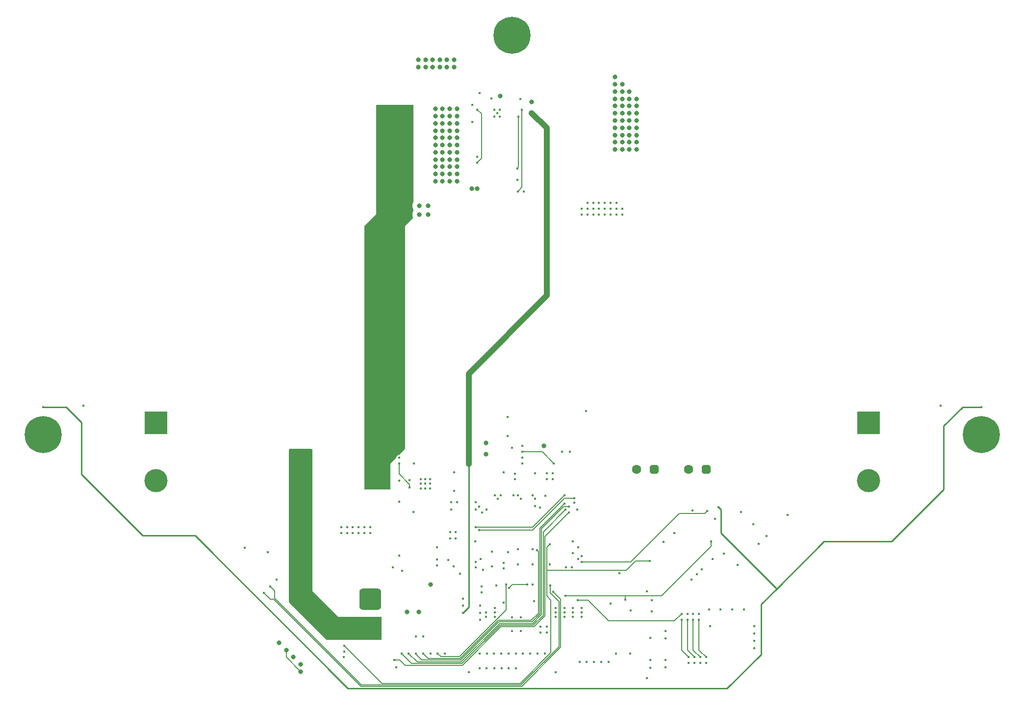
<source format=gbr>
%TF.GenerationSoftware,KiCad,Pcbnew,8.0.7*%
%TF.CreationDate,2025-03-16T22:59:03-04:00*%
%TF.ProjectId,kicker,6b69636b-6572-42e6-9b69-6361645f7063,v4*%
%TF.SameCoordinates,Original*%
%TF.FileFunction,Copper,L3,Inr*%
%TF.FilePolarity,Positive*%
%FSLAX46Y46*%
G04 Gerber Fmt 4.6, Leading zero omitted, Abs format (unit mm)*
G04 Created by KiCad (PCBNEW 8.0.7) date 2025-03-16 22:59:03*
%MOMM*%
%LPD*%
G01*
G04 APERTURE LIST*
G04 Aperture macros list*
%AMRoundRect*
0 Rectangle with rounded corners*
0 $1 Rounding radius*
0 $2 $3 $4 $5 $6 $7 $8 $9 X,Y pos of 4 corners*
0 Add a 4 corners polygon primitive as box body*
4,1,4,$2,$3,$4,$5,$6,$7,$8,$9,$2,$3,0*
0 Add four circle primitives for the rounded corners*
1,1,$1+$1,$2,$3*
1,1,$1+$1,$4,$5*
1,1,$1+$1,$6,$7*
1,1,$1+$1,$8,$9*
0 Add four rect primitives between the rounded corners*
20,1,$1+$1,$2,$3,$4,$5,0*
20,1,$1+$1,$4,$5,$6,$7,0*
20,1,$1+$1,$6,$7,$8,$9,0*
20,1,$1+$1,$8,$9,$2,$3,0*%
%AMOutline5P*
0 Free polygon, 5 corners , with rotation*
0 The origin of the aperture is its center*
0 number of corners: always 5*
0 $1 to $10 corner X, Y*
0 $11 Rotation angle, in degrees counterclockwise*
0 create outline with 5 corners*
4,1,5,$1,$2,$3,$4,$5,$6,$7,$8,$9,$10,$1,$2,$11*%
%AMOutline6P*
0 Free polygon, 6 corners , with rotation*
0 The origin of the aperture is its center*
0 number of corners: always 6*
0 $1 to $12 corner X, Y*
0 $13 Rotation angle, in degrees counterclockwise*
0 create outline with 6 corners*
4,1,6,$1,$2,$3,$4,$5,$6,$7,$8,$9,$10,$11,$12,$1,$2,$13*%
%AMOutline7P*
0 Free polygon, 7 corners , with rotation*
0 The origin of the aperture is its center*
0 number of corners: always 7*
0 $1 to $14 corner X, Y*
0 $15 Rotation angle, in degrees counterclockwise*
0 create outline with 7 corners*
4,1,7,$1,$2,$3,$4,$5,$6,$7,$8,$9,$10,$11,$12,$13,$14,$1,$2,$15*%
%AMOutline8P*
0 Free polygon, 8 corners , with rotation*
0 The origin of the aperture is its center*
0 number of corners: always 8*
0 $1 to $16 corner X, Y*
0 $17 Rotation angle, in degrees counterclockwise*
0 create outline with 8 corners*
4,1,8,$1,$2,$3,$4,$5,$6,$7,$8,$9,$10,$11,$12,$13,$14,$15,$16,$1,$2,$17*%
G04 Aperture macros list end*
%TA.AperFunction,ComponentPad*%
%ADD10RoundRect,0.760000X-1.140000X1.140000X-1.140000X-1.140000X1.140000X-1.140000X1.140000X1.140000X0*%
%TD*%
%TA.AperFunction,ComponentPad*%
%ADD11C,3.800000*%
%TD*%
%TA.AperFunction,ComponentPad*%
%ADD12C,6.400000*%
%TD*%
%TA.AperFunction,ComponentPad*%
%ADD13R,4.000000X4.000000*%
%TD*%
%TA.AperFunction,ComponentPad*%
%ADD14C,4.000000*%
%TD*%
%TA.AperFunction,ComponentPad*%
%ADD15C,3.200000*%
%TD*%
%TA.AperFunction,ComponentPad*%
%ADD16Outline8P,-0.800000X0.400000X-0.400000X0.800000X0.400000X0.800000X0.800000X0.400000X0.800000X-0.400000X0.400000X-0.800000X-0.400000X-0.800000X-0.800000X-0.400000X0.000000*%
%TD*%
%TA.AperFunction,ComponentPad*%
%ADD17C,1.600000*%
%TD*%
%TA.AperFunction,ViaPad*%
%ADD18C,0.450000*%
%TD*%
%TA.AperFunction,ViaPad*%
%ADD19C,0.800000*%
%TD*%
%TA.AperFunction,Conductor*%
%ADD20C,0.152400*%
%TD*%
%TA.AperFunction,Conductor*%
%ADD21C,1.000000*%
%TD*%
%TA.AperFunction,Conductor*%
%ADD22C,0.250000*%
%TD*%
%TA.AperFunction,Conductor*%
%ADD23C,0.200000*%
%TD*%
G04 APERTURE END LIST*
D10*
%TO.N,GND*%
%TO.C,J3*%
X185500000Y-166500000D03*
D11*
%TO.N,/Power Regulation/V_{batt}*%
X185500000Y-171500000D03*
%TD*%
D12*
%TO.N,unconnected-(H2-Pad1)*%
%TO.C,H2*%
X291000000Y-138000000D03*
%TD*%
%TO.N,unconnected-(H1-Pad1)*%
%TO.C,H1*%
X210000000Y-69000000D03*
%TD*%
%TO.N,unconnected-(H3-Pad1)*%
%TO.C,H3*%
X129000000Y-138000000D03*
%TD*%
D13*
%TO.N,/hv_kicker/flyback_charger/V_{solenoid}*%
%TO.C,C26*%
X271500000Y-136000000D03*
D14*
%TO.N,GND*%
X271500000Y-146000000D03*
%TD*%
D13*
%TO.N,/hv_kicker/flyback_charger/V_{solenoid}*%
%TO.C,C25*%
X148500000Y-136000000D03*
D14*
%TO.N,GND*%
X148500000Y-146000000D03*
%TD*%
D15*
%TO.N,/Power Regulation/V_{batt}*%
%TO.C,F3*%
X173265000Y-142300000D03*
X173265000Y-145700000D03*
%TO.N,+BATT*%
X186735000Y-142300000D03*
X186735000Y-145700000D03*
%TD*%
D16*
%TO.N,/hv_kicker/flyback_charger/V_{solenoid}*%
%TO.C,J5*%
X234500000Y-144000000D03*
D17*
%TO.N,/hv_kicker/solenoid_control/KICK_SW*%
X231500000Y-144000000D03*
%TD*%
D16*
%TO.N,/hv_kicker/solenoid_control/CHIP_SW*%
%TO.C,J6*%
X243500000Y-144000000D03*
D17*
%TO.N,/hv_kicker/flyback_charger/V_{solenoid}*%
X240500000Y-144000000D03*
%TD*%
D18*
%TO.N,GND*%
X209280000Y-158300000D03*
X209400000Y-178409999D03*
X195800000Y-145700000D03*
D19*
X200500000Y-83000000D03*
D18*
X251606245Y-153515076D03*
D19*
X198000000Y-91750000D03*
X198000000Y-90500000D03*
D18*
X210700000Y-178409999D03*
X169363782Y-163101041D03*
X184500000Y-155000000D03*
X200000000Y-144520000D03*
X181009999Y-175500000D03*
D19*
X200500000Y-86750000D03*
X198000000Y-83000000D03*
D18*
X203600000Y-156500000D03*
X228000000Y-98000000D03*
X217500000Y-168000000D03*
X211875000Y-175850000D03*
X207000000Y-169500000D03*
X211750000Y-143009999D03*
X223000000Y-98000000D03*
D19*
X196250000Y-74500000D03*
X196750000Y-83000000D03*
D18*
X244000000Y-168250000D03*
D19*
X200500000Y-94250000D03*
D18*
X195900000Y-175850000D03*
X203100000Y-84010000D03*
X233300000Y-180100000D03*
X220000000Y-141009999D03*
X204509999Y-170000000D03*
X246515076Y-158606245D03*
D19*
X195100000Y-74500000D03*
X196750000Y-94250000D03*
X193850000Y-74500000D03*
D18*
X207400001Y-82500000D03*
X219000000Y-168000000D03*
X216000000Y-172200000D03*
D19*
X198000000Y-81750000D03*
X200500000Y-93000000D03*
D18*
X204700000Y-165280000D03*
X200000000Y-147759999D03*
D19*
X198000000Y-93000000D03*
X196750000Y-93000000D03*
X172250000Y-176500000D03*
X198750000Y-74500000D03*
D18*
X250000000Y-168250000D03*
X195000000Y-145700000D03*
X206400001Y-79980000D03*
D19*
X199250000Y-90500000D03*
D18*
X229000000Y-99000000D03*
X182500000Y-154000001D03*
D19*
X196750000Y-85500000D03*
X200500000Y-90500000D03*
D18*
X184500000Y-154000000D03*
X206900000Y-81900000D03*
D19*
X200000000Y-74500000D03*
D18*
X240500000Y-177509998D03*
D19*
X200500000Y-91750000D03*
D18*
X199320000Y-154900000D03*
D19*
X199250000Y-83000000D03*
D18*
X191000000Y-161600000D03*
X204509999Y-167600001D03*
X180500000Y-154000000D03*
X195000000Y-147300000D03*
D19*
X173500000Y-179000000D03*
D18*
X218650000Y-140980000D03*
X227900000Y-175850000D03*
X224000000Y-99000000D03*
X226000000Y-98000000D03*
X206900000Y-83100000D03*
D19*
X200500000Y-88000000D03*
D18*
X225000000Y-98000000D03*
X207000000Y-168750000D03*
X207900000Y-83100000D03*
X212010000Y-96000000D03*
X189400000Y-161000000D03*
X243500000Y-177509998D03*
X223000000Y-100000000D03*
X242500000Y-177509998D03*
X185500000Y-154000000D03*
X242786934Y-161286934D03*
D19*
X196750000Y-84250000D03*
D18*
X217500000Y-169500000D03*
D19*
X207950001Y-79500000D03*
D18*
X205000000Y-161400000D03*
D19*
X191900000Y-168650000D03*
D18*
X224000000Y-100000000D03*
D19*
X205500000Y-141449999D03*
D18*
X225000000Y-99000000D03*
X181500000Y-155000000D03*
X227000000Y-167250000D03*
X203700000Y-149700000D03*
X204400001Y-79020000D03*
D19*
X196750000Y-81750000D03*
D18*
X180500000Y-155000000D03*
X163863782Y-157601041D03*
D19*
X198000000Y-85500000D03*
D18*
X203100000Y-81020000D03*
D19*
X198000000Y-84250000D03*
D18*
X215700000Y-148600000D03*
X252533310Y-156941207D03*
D19*
X199250000Y-89250000D03*
X171000000Y-175250000D03*
D18*
X195800000Y-147300000D03*
D19*
X195100000Y-73250000D03*
D18*
X190524999Y-158900000D03*
X257533310Y-151941207D03*
X236171751Y-156578249D03*
D19*
X203000000Y-95500000D03*
D18*
X230450000Y-168437500D03*
D19*
X197500000Y-73250000D03*
D18*
X233890001Y-173200000D03*
X194200000Y-145700000D03*
X222000000Y-99000000D03*
X199320000Y-156000000D03*
X201000000Y-162105000D03*
D19*
X199250000Y-84250000D03*
D18*
X180980000Y-176500000D03*
X226000000Y-100000000D03*
D19*
X199250000Y-85500000D03*
D18*
X204509999Y-168800001D03*
D19*
X200500000Y-89250000D03*
D18*
X228000000Y-99000000D03*
D19*
X199250000Y-91750000D03*
D18*
X220280000Y-161000000D03*
X202525000Y-179050000D03*
D19*
X199250000Y-94250000D03*
D18*
X214900000Y-172209999D03*
X167839411Y-158339411D03*
D19*
X196750000Y-90500000D03*
D18*
X241500000Y-177509998D03*
D19*
X204000000Y-95500000D03*
D18*
X199520000Y-151000000D03*
D19*
X169750000Y-174000000D03*
D18*
X245008839Y-152584664D03*
D19*
X193900000Y-168650000D03*
D18*
X207000000Y-168000000D03*
X213500000Y-157820000D03*
X182500000Y-155000000D03*
X181500000Y-154000000D03*
D19*
X199250000Y-86750000D03*
X198000000Y-94250000D03*
X197500000Y-74500000D03*
D18*
X216000000Y-144740000D03*
D19*
X199250000Y-93000000D03*
D18*
X211400001Y-80020000D03*
X225000000Y-100000000D03*
X223000000Y-99000000D03*
X195800000Y-146500000D03*
X229000000Y-100000000D03*
X233300000Y-165150000D03*
X228000000Y-100000000D03*
X222000000Y-100000000D03*
X211000000Y-157820000D03*
X211750000Y-139990001D03*
D19*
X196750000Y-89250000D03*
D18*
X204000000Y-89990000D03*
X194200000Y-146500000D03*
X199500000Y-149700000D03*
X207900000Y-81900000D03*
X217000000Y-144740000D03*
X227000000Y-98000000D03*
X209250000Y-138259999D03*
X246000000Y-168250000D03*
X227000000Y-100000000D03*
X197000000Y-157500000D03*
D19*
X193850000Y-73250000D03*
X200500000Y-81750000D03*
D18*
X197000000Y-160600000D03*
D19*
X198000000Y-86750000D03*
X200000000Y-73250000D03*
X196750000Y-91750000D03*
X196750000Y-88000000D03*
D18*
X224000000Y-98000000D03*
X220500000Y-156490001D03*
X217475000Y-179050000D03*
D19*
X200500000Y-84250000D03*
D18*
X219000000Y-169500000D03*
D19*
X196250000Y-73250000D03*
X196750000Y-86750000D03*
X198000000Y-89250000D03*
D18*
X213125000Y-175850000D03*
D19*
X213400001Y-80550000D03*
X199250000Y-88000000D03*
D18*
X213800000Y-166820000D03*
X227000000Y-99000000D03*
X210200000Y-148500000D03*
X244582986Y-159490883D03*
X248000000Y-168250000D03*
D19*
X200500000Y-85500000D03*
X198750000Y-73250000D03*
D18*
X195000000Y-146500000D03*
D19*
X173500000Y-177750000D03*
D18*
X183500000Y-155000000D03*
X226000000Y-99000000D03*
D19*
X198000000Y-88000000D03*
D18*
X210500000Y-144770000D03*
X183500000Y-154000000D03*
X185500000Y-155000000D03*
X241888909Y-162184960D03*
X208500000Y-144509999D03*
X190500000Y-149580000D03*
X210900001Y-94010000D03*
X190500000Y-141990001D03*
X208500000Y-167069950D03*
X217500000Y-168750000D03*
X216500000Y-160500000D03*
D19*
X199250000Y-81750000D03*
D18*
X219000000Y-168750000D03*
X194200000Y-147300000D03*
X241139376Y-151139376D03*
D19*
%TO.N,+BATT*%
X191250000Y-84250000D03*
X192500000Y-81750000D03*
X190000000Y-83000000D03*
X188750000Y-89250000D03*
X191250000Y-85500000D03*
D18*
X228490001Y-162000000D03*
D19*
X192500000Y-83000000D03*
X190000000Y-88000000D03*
X192500000Y-88000000D03*
X188750000Y-83000000D03*
D18*
X222000000Y-169500000D03*
D19*
X190000000Y-86750000D03*
X188750000Y-88000000D03*
X188750000Y-84250000D03*
D18*
X192999999Y-151400000D03*
D19*
X188750000Y-85500000D03*
X190000000Y-85500000D03*
D18*
X222000000Y-168000000D03*
D19*
X192500000Y-86750000D03*
X191250000Y-86750000D03*
D18*
X220500000Y-168750000D03*
D19*
X192500000Y-89250000D03*
X192500000Y-85500000D03*
X190000000Y-89250000D03*
X192500000Y-84250000D03*
X191250000Y-89250000D03*
X190000000Y-84250000D03*
X188750000Y-86750000D03*
X191250000Y-81750000D03*
D18*
X222000000Y-168750000D03*
X220500000Y-168000000D03*
D19*
X191250000Y-83000000D03*
X190000000Y-81750000D03*
X191250000Y-88000000D03*
D18*
X220500000Y-169500000D03*
D19*
X188750000Y-81750000D03*
D18*
%TO.N,+3V0*%
X200280000Y-154900000D03*
X200280000Y-156000000D03*
%TO.N,+5V*%
X215625000Y-175850000D03*
X201490001Y-167600002D03*
%TO.N,+3V3*%
X240990883Y-163082986D03*
X244190000Y-171095000D03*
X211500000Y-172000000D03*
X210000000Y-172000000D03*
X136000000Y-133009999D03*
X213500000Y-163900000D03*
X230400000Y-175850000D03*
X198400000Y-175850000D03*
D19*
X195900000Y-163900000D03*
D18*
X214000000Y-144740001D03*
X214375000Y-175850000D03*
X190000000Y-178250000D03*
X193425000Y-172890001D03*
X205500000Y-168750000D03*
X194625000Y-172890001D03*
X205600000Y-178409999D03*
X206475000Y-158295000D03*
X204700000Y-164300000D03*
X205500000Y-169500000D03*
X206900000Y-178409999D03*
X216000000Y-145700000D03*
X193009999Y-143000000D03*
X248941207Y-160533310D03*
X217000000Y-145700000D03*
X201490001Y-166400000D03*
X200500000Y-149700000D03*
X237990001Y-155000000D03*
X210500000Y-145730000D03*
X284000000Y-133009999D03*
X219320000Y-161000000D03*
X253941207Y-155533310D03*
X233890001Y-178300000D03*
X199900000Y-160800000D03*
%TO.N,/digital/RCC_OSC32_N*%
X211000000Y-160500000D03*
%TO.N,/digital/RCC_OSC32_P*%
X213499998Y-160500000D03*
%TO.N,/digital/V_{sense}_HV_FILT*%
X197000000Y-159620000D03*
X207300000Y-164100000D03*
%TO.N,/digital/NRST*%
X249484924Y-151393755D03*
X212600000Y-163900000D03*
X229500000Y-166562499D03*
X209500000Y-164500000D03*
X219250000Y-165900000D03*
X244393755Y-156484924D03*
D19*
%TO.N,+VSW*%
X215500000Y-140000000D03*
D18*
X201490001Y-168800000D03*
D19*
X213400001Y-82450000D03*
X202500000Y-143125000D03*
X205500000Y-139500000D03*
%TO.N,/hv_kicker/flyback_charger/V_{trans}*%
X231500000Y-81250000D03*
X231500000Y-87500000D03*
X231500000Y-88750000D03*
X230250000Y-83750000D03*
X230250000Y-82500000D03*
X230250000Y-80000000D03*
X229000000Y-83750000D03*
X231500000Y-85000000D03*
X229000000Y-88750000D03*
X229000000Y-82500000D03*
X229000000Y-81250000D03*
X230250000Y-86250000D03*
X229000000Y-85000000D03*
X229000000Y-86250000D03*
X231500000Y-82500000D03*
X229000000Y-77500000D03*
X227750000Y-85000000D03*
X230250000Y-81250000D03*
X227750000Y-76250000D03*
X227750000Y-82500000D03*
X230250000Y-88750000D03*
X227750000Y-87500000D03*
X229000000Y-80000000D03*
X229000000Y-87500000D03*
X227750000Y-86250000D03*
X227750000Y-77500000D03*
X227750000Y-88750000D03*
X229000000Y-78750000D03*
X230250000Y-87500000D03*
X231500000Y-80000000D03*
X230250000Y-85000000D03*
X230250000Y-78750000D03*
X231500000Y-86250000D03*
X227750000Y-83750000D03*
X227750000Y-78750000D03*
X231500000Y-83750000D03*
X227750000Y-80000000D03*
X227750000Y-81250000D03*
D18*
%TO.N,/digital/BB_LED_DRAIN*%
X245662913Y-150587087D03*
X129000000Y-133250000D03*
X291000000Y-133250000D03*
%TO.N,/digital/USR_BTN*%
X233787868Y-159881371D03*
X216500000Y-157000000D03*
X181009999Y-174500000D03*
%TO.N,/digital/SWCLK*%
X221250000Y-151000000D03*
%TO.N,/digital/SWDIO*%
X220750000Y-149750000D03*
%TO.N,/digital/V_{sense}_HV*%
X198990001Y-159700000D03*
D19*
%TO.N,/hv_kicker/flyback_charger/HV_AC*%
X194000000Y-98500000D03*
X195500000Y-100000000D03*
X194000000Y-100000000D03*
X195500000Y-98500000D03*
D18*
%TO.N,Net-(J1-Pin_10)*%
X204375000Y-175850000D03*
%TO.N,/COMS.RST*%
X236500000Y-173250000D03*
%TO.N,Net-(J1-Pin_7)*%
X208125000Y-175850000D03*
%TO.N,/Ball Sense/SENSE_BOOT_UART.CTS*%
X205625000Y-175850000D03*
%TO.N,/5v0_UPSTREAM*%
X234100000Y-166600000D03*
%TO.N,/3v3_UPSTREAM*%
X234100000Y-168600001D03*
%TO.N,/COMS.BOOT0*%
X220500000Y-158500000D03*
X236500000Y-172000000D03*
%TO.N,/COMS.RX*%
X214000000Y-149100000D03*
%TO.N,/Dribbler/DRIB_BOOT_UART.CTS*%
X208500000Y-160200000D03*
X210000000Y-169600000D03*
%TO.N,/Dribbler/DRIB_BOOT_UART.BOOT0*%
X205600000Y-151000000D03*
X216000000Y-171180002D03*
%TO.N,/Dribbler/DRIB_BOOT_UART.RX*%
X203700000Y-151000000D03*
X211500002Y-169600000D03*
%TO.N,/Dribbler/DRIB_BOOT_UART.RST*%
X214900000Y-171190001D03*
X204800000Y-151500000D03*
%TO.N,/Breakbeam/BB_LEFT.AGPIO*%
X209000000Y-163900000D03*
X197150000Y-175850000D03*
%TO.N,Net-(R12-Pad1)*%
X240500000Y-176490000D03*
X251810000Y-171095000D03*
X239250001Y-170000000D03*
%TO.N,Net-(R13-Pad1)*%
X251810000Y-172365000D03*
X240250000Y-170000000D03*
X241500000Y-176490000D03*
%TO.N,Net-(R14-Pad1)*%
X241250000Y-170000000D03*
X242500000Y-176490000D03*
X251810000Y-173635000D03*
%TO.N,Net-(R15-Pad1)*%
X251810000Y-174905000D03*
X242250000Y-170000000D03*
X243500000Y-176490001D03*
%TO.N,/Breakbeam/BB_RIGHT.RST*%
X208000000Y-148500000D03*
X224125000Y-177300000D03*
%TO.N,/Breakbeam/BB_RIGHT.~{DET}*%
X222825000Y-177300000D03*
X207500000Y-149100000D03*
%TO.N,/Breakbeam/BB_RIGHT.INT*%
X207000000Y-148500000D03*
X221625000Y-177300000D03*
%TO.N,/Breakbeam/BB_RIGHT.SCL*%
X211000000Y-148500000D03*
X225425000Y-177300000D03*
%TO.N,/Breakbeam/BB_RIGHT.SDA*%
X211500000Y-149100000D03*
X226625000Y-177300000D03*
%TO.N,/Breakbeam/BB_LEFT.INT*%
X189650000Y-177000000D03*
X219800000Y-151500000D03*
%TO.N,/Breakbeam/BB_LEFT.RST*%
X192150000Y-175850000D03*
X219800000Y-150500000D03*
%TO.N,/Breakbeam/BB_LEFT.~{DET}*%
X190900000Y-175850000D03*
X219200000Y-151000000D03*
%TO.N,/Breakbeam/BB_LEFT.SDA*%
X214300000Y-158000000D03*
X194650000Y-175850000D03*
%TO.N,/Breakbeam/BB_LEFT.SCL*%
X219000000Y-150000000D03*
X193400000Y-175850000D03*
%TO.N,/Ball Sense/SENSE_BOOT_UART.RX*%
X206875000Y-175850000D03*
%TO.N,/Ball Sense/SENSE_BOOT_UART.RST*%
X209375000Y-175850000D03*
%TO.N,/Ball Sense/SENSE_BOOT_UART.BOOT0*%
X210625000Y-175850000D03*
%TO.N,/digital/LED_BB_BLUE*%
X243665336Y-151241161D03*
X222000000Y-160000000D03*
%TO.N,/hv_kicker/solenoid_control/GATE_{kick}_FILT*%
X209250000Y-134990001D03*
%TO.N,/hv_kicker/solenoid_control/GATE_{chip}_FILT*%
X222750000Y-134000000D03*
%TO.N,/COMS.TX*%
X213500000Y-148500000D03*
%TO.N,/Power Regulation/VSW_CEN*%
X190500000Y-143009999D03*
X192300000Y-147135000D03*
%TO.N,/Power Regulation/VSW_PGOOD*%
X192300000Y-145865000D03*
%TO.N,/digital/VSW_EN*%
X190500000Y-145990001D03*
%TO.N,/digital/LED_GREEN*%
X222000000Y-159000000D03*
%TO.N,/digital/LED_RED*%
X221400000Y-159500000D03*
%TO.N,/digital/ShutdownInitiated*%
X221400000Y-157500000D03*
%TO.N,/digital/DIP3*%
X221300000Y-166600000D03*
X239250001Y-168980002D03*
%TO.N,/digital/DIP2*%
X240250000Y-168980002D03*
%TO.N,/digital/DIP1*%
X241250000Y-168980002D03*
%TO.N,/digital/DIP0*%
X242250000Y-168980002D03*
%TO.N,/digital/CMD_{KICK}*%
X211750000Y-141990001D03*
%TO.N,/digital/CMD_{CHIP}*%
X217155000Y-142975000D03*
X211750000Y-141009999D03*
%TO.N,/digital/CMD_{CHG}*%
X210000000Y-140300000D03*
X210990000Y-96000000D03*
X211700000Y-81900000D03*
%TO.N,/hv_kicker/flyback_charger/HVGATE*%
X210900001Y-92020000D03*
X211100000Y-83100000D03*
%TO.N,/hv_kicker/flyback_charger/FB*%
X204000000Y-91010000D03*
X204000000Y-81900000D03*
%TO.N,/Dribbler/DRIB_BOOT_UART.TX*%
X204300000Y-150500000D03*
%TO.N,/Ball Sense/SENSE_BOOT_UART.TX*%
X208200000Y-178409999D03*
%TO.N,/digital/USER_ADJ1*%
X220750000Y-149000000D03*
X204300000Y-154500000D03*
%TO.N,/digital/USER_ADJ2*%
X203700000Y-154000000D03*
X219000000Y-148500000D03*
%TO.N,/digital/DOTSTAR_SCK*%
X168232412Y-164232412D03*
X216600000Y-164100000D03*
%TO.N,/digital/DOTSTAR_MOSI*%
X167101041Y-165363782D03*
X217100000Y-165200000D03*
%TO.N,/digital/FLASH_SCK*%
X206475000Y-160835000D03*
%TO.N,/digital/FLASH_MOSI*%
X204600000Y-159500000D03*
%TO.N,/COMS.CTS*%
X214000000Y-150400000D03*
X236500000Y-178250000D03*
%TO.N,Net-(J11-Pin_9)*%
X236500000Y-177000000D03*
%TO.N,/COMS.RTS*%
X214800000Y-150600000D03*
X233890000Y-177000000D03*
%TO.N,/Dribbler/DRIB_BOOT_UART.RTS*%
X208500000Y-161100000D03*
%TO.N,/digital/FLASH_MISO*%
X203700000Y-160000000D03*
%TO.N,/digital/FLASH_NSS*%
X203700000Y-161000000D03*
%TO.N,/Ball Sense/SENSE_BOOT_UART.RTS*%
X204400000Y-178409999D03*
%TD*%
D20*
%TO.N,GND*%
X173500000Y-179000000D02*
X171000000Y-176500000D01*
X171000000Y-176500000D02*
X171000000Y-175250000D01*
%TO.N,/digital/NRST*%
X244393755Y-157306245D02*
X244393755Y-156484924D01*
X235800000Y-165900000D02*
X244393755Y-157306245D01*
X229500000Y-165900000D02*
X235800000Y-165900000D01*
X209500000Y-164500000D02*
X210100000Y-163900000D01*
X219250000Y-165900000D02*
X229500000Y-165900000D01*
X229500000Y-165900000D02*
X229500000Y-166562499D01*
X210100000Y-163900000D02*
X212600000Y-163900000D01*
D21*
%TO.N,+VSW*%
X216000000Y-114000000D02*
X216000000Y-85049999D01*
D22*
X202500000Y-143125000D02*
X202500000Y-167790001D01*
D21*
X202500000Y-143125000D02*
X202500000Y-127500000D01*
X216000000Y-85049999D02*
X213400001Y-82450000D01*
D22*
X202500000Y-167790001D02*
X201490001Y-168800000D01*
D21*
X202500000Y-127500000D02*
X216000000Y-114000000D01*
D22*
%TO.N,/digital/BB_LED_DRAIN*%
X246062913Y-155062913D02*
X255668136Y-164668136D01*
X135620000Y-135870000D02*
X135620000Y-144870000D01*
X146250000Y-155500000D02*
X155250000Y-155500000D01*
X284500000Y-147500000D02*
X284500000Y-136500000D01*
X133000000Y-133250000D02*
X135620000Y-135870000D01*
X263836272Y-156500000D02*
X275500000Y-156500000D01*
X181646001Y-181896001D02*
X247103999Y-181896001D01*
X275500000Y-156500000D02*
X284500000Y-147500000D01*
X245662913Y-150587087D02*
X246062913Y-150987087D01*
X253000000Y-176000000D02*
X253000000Y-167336272D01*
X287750000Y-133250000D02*
X291000000Y-133250000D01*
X129000000Y-133250000D02*
X133000000Y-133250000D01*
X155250000Y-155500000D02*
X181646001Y-181896001D01*
X246062913Y-150987087D02*
X246062913Y-155062913D01*
X253000000Y-167336272D02*
X255668136Y-164668136D01*
X135620000Y-144870000D02*
X146250000Y-155500000D01*
X255668136Y-164668136D02*
X263836272Y-156500000D01*
X247103999Y-181896001D02*
X253000000Y-176000000D01*
X284500000Y-136500000D02*
X287750000Y-133250000D01*
D20*
%TO.N,/digital/USR_BTN*%
X216000000Y-165900000D02*
X216000000Y-161500000D01*
X229669107Y-161500000D02*
X216000000Y-161500000D01*
X233787868Y-159881371D02*
X231287736Y-159881371D01*
X181009999Y-174500000D02*
X187509999Y-181000000D01*
X216700000Y-166600000D02*
X216000000Y-165900000D01*
X211401252Y-181000000D02*
X216700000Y-175701252D01*
X231287736Y-159881371D02*
X229669107Y-161500000D01*
X216000000Y-157500000D02*
X216000000Y-161500000D01*
X187509999Y-181000000D02*
X211401252Y-181000000D01*
X216000000Y-157500000D02*
X216500000Y-157000000D01*
X216700000Y-175701252D02*
X216700000Y-166600000D01*
%TO.N,/Breakbeam/BB_LEFT.AGPIO*%
X197700000Y-176400000D02*
X197150000Y-175850000D01*
X200900000Y-176400000D02*
X197700000Y-176400000D01*
X209000000Y-163900000D02*
X209000000Y-168300000D01*
X209000000Y-168300000D02*
X200900000Y-176400000D01*
%TO.N,Net-(R12-Pad1)*%
X239250001Y-175240001D02*
X240500000Y-176490000D01*
X239250001Y-170000000D02*
X239250001Y-175240001D01*
%TO.N,Net-(R13-Pad1)*%
X240250000Y-175240000D02*
X241500000Y-176490000D01*
X240250000Y-170000000D02*
X240250000Y-175240000D01*
%TO.N,Net-(R14-Pad1)*%
X241250000Y-175240000D02*
X242500000Y-176490000D01*
X241250000Y-170000000D02*
X241250000Y-175240000D01*
%TO.N,Net-(R15-Pad1)*%
X242250000Y-175240001D02*
X243500000Y-176490001D01*
X242250000Y-170000000D02*
X242250000Y-175240001D01*
%TO.N,/Breakbeam/BB_LEFT.INT*%
X219800000Y-151500000D02*
X215647200Y-155652800D01*
X215647200Y-169350922D02*
X213768522Y-171229600D01*
X190625000Y-177000000D02*
X189650000Y-177000000D01*
X208067270Y-171229600D02*
X201432070Y-177864800D01*
X215647200Y-155652800D02*
X215647200Y-169350922D01*
X191489800Y-177864800D02*
X190625000Y-177000000D01*
X201432070Y-177864800D02*
X191489800Y-177864800D01*
X213768522Y-171229600D02*
X208067270Y-171229600D01*
%TO.N,/Breakbeam/BB_LEFT.RST*%
X215082400Y-169116974D02*
X213534574Y-170664800D01*
X215082400Y-154316974D02*
X215082400Y-169116974D01*
X213534574Y-170664800D02*
X207833322Y-170664800D01*
X207833322Y-170664800D02*
X201198122Y-177300000D01*
X219800000Y-150500000D02*
X218899374Y-150500000D01*
X201198122Y-177300000D02*
X193600000Y-177300000D01*
X218899374Y-150500000D02*
X215082400Y-154316974D01*
X193600000Y-177300000D02*
X192150000Y-175850000D01*
%TO.N,/Breakbeam/BB_LEFT.~{DET}*%
X215364800Y-169233948D02*
X213651548Y-170947200D01*
X192632400Y-177582400D02*
X190900000Y-175850000D01*
X215364800Y-154835200D02*
X215364800Y-169233948D01*
X219200000Y-151000000D02*
X215364800Y-154835200D01*
X213651548Y-170947200D02*
X207950296Y-170947200D01*
X201315096Y-177582400D02*
X192632400Y-177582400D01*
X207950296Y-170947200D02*
X201315096Y-177582400D01*
%TO.N,/Breakbeam/BB_LEFT.SDA*%
X214517600Y-158217600D02*
X214517600Y-168883026D01*
X195517600Y-176717600D02*
X194650000Y-175850000D01*
X214300000Y-158000000D02*
X214517600Y-158217600D01*
X200981774Y-176717600D02*
X195517600Y-176717600D01*
X213300626Y-170100000D02*
X207599374Y-170100000D01*
X207599374Y-170100000D02*
X200981774Y-176717600D01*
X214517600Y-168883026D02*
X213300626Y-170100000D01*
%TO.N,/Breakbeam/BB_LEFT.SCL*%
X194425000Y-177000000D02*
X193400000Y-175975000D01*
X201098748Y-177000000D02*
X194425000Y-177000000D01*
X213417600Y-170382400D02*
X207716348Y-170382400D01*
X214800000Y-169000000D02*
X213417600Y-170382400D01*
X207716348Y-170382400D02*
X201098748Y-177000000D01*
X219000000Y-150000000D02*
X214800000Y-154200000D01*
X214800000Y-154200000D02*
X214800000Y-169000000D01*
%TO.N,/digital/LED_BB_BLUE*%
X230500000Y-160000000D02*
X238880424Y-151619576D01*
X243286921Y-151619576D02*
X243665336Y-151241161D01*
X238880424Y-151619576D02*
X243286921Y-151619576D01*
X222000000Y-160000000D02*
X230500000Y-160000000D01*
D23*
%TO.N,/Power Regulation/VSW_CEN*%
X192300000Y-147135000D02*
X192300000Y-146635000D01*
X192300000Y-146635000D02*
X190500000Y-144835000D01*
X190500000Y-144835000D02*
X190500000Y-143009999D01*
D20*
%TO.N,/digital/DIP3*%
X238030003Y-170200000D02*
X239250001Y-168980002D01*
X223100000Y-166600000D02*
X226700000Y-170200000D01*
X226700000Y-170200000D02*
X238030003Y-170200000D01*
X221300000Y-166600000D02*
X223100000Y-166600000D01*
%TO.N,/digital/CMD_{CHIP}*%
X211750000Y-141009999D02*
X215189999Y-141009999D01*
X215189999Y-141009999D02*
X217155000Y-142975000D01*
D23*
%TO.N,/digital/CMD_{CHG}*%
X211700000Y-95290000D02*
X210990000Y-96000000D01*
X211700000Y-81900000D02*
X211700000Y-95290000D01*
%TO.N,/hv_kicker/flyback_charger/HVGATE*%
X211100000Y-83100000D02*
X211100000Y-91820001D01*
X211100000Y-91820001D02*
X210900001Y-92020000D01*
%TO.N,/hv_kicker/flyback_charger/FB*%
X204700000Y-90310000D02*
X204000000Y-91010000D01*
X204700000Y-82600000D02*
X204700000Y-90310000D01*
X204000000Y-81900000D02*
X204700000Y-82600000D01*
D20*
%TO.N,/digital/USER_ADJ1*%
X213500000Y-154500000D02*
X204300000Y-154500000D01*
X219000000Y-149000000D02*
X213500000Y-154500000D01*
X220750000Y-149000000D02*
X219000000Y-149000000D01*
%TO.N,/digital/USER_ADJ2*%
X219000000Y-148500000D02*
X213500000Y-154000000D01*
X213500000Y-154000000D02*
X203700000Y-154000000D01*
%TO.N,/digital/DOTSTAR_SCK*%
X218117600Y-166896706D02*
X218117600Y-174683026D01*
X183981774Y-181282400D02*
X169500000Y-166800626D01*
X211518226Y-181282400D02*
X183981774Y-181282400D01*
X216600000Y-164100000D02*
X216600000Y-165379106D01*
X169500000Y-166800000D02*
X169000000Y-166300000D01*
X169500000Y-166800626D02*
X169500000Y-166800000D01*
X218117600Y-174683026D02*
X211518226Y-181282400D01*
X216600000Y-165379106D02*
X218117600Y-166896706D01*
X169000000Y-166300000D02*
X169000000Y-165000000D01*
X169000000Y-165000000D02*
X168232412Y-164232412D01*
%TO.N,/digital/DOTSTAR_MOSI*%
X168800000Y-166500000D02*
X183864800Y-181564800D01*
X183864800Y-181564800D02*
X211635200Y-181564800D01*
X218400000Y-174800000D02*
X218400000Y-166500000D01*
X218400000Y-166500000D02*
X217100000Y-165200000D01*
X167101041Y-165363782D02*
X168237259Y-166500000D01*
X211635200Y-181564800D02*
X218400000Y-174800000D01*
X168237259Y-166500000D02*
X168800000Y-166500000D01*
%TD*%
%TA.AperFunction,Conductor*%
%TO.N,/Power Regulation/V_{batt}*%
G36*
X175443039Y-140519685D02*
G01*
X175488794Y-140572489D01*
X175500000Y-140624000D01*
X175500000Y-165000000D01*
X180000000Y-169500000D01*
X187376000Y-169500000D01*
X187443039Y-169519685D01*
X187488794Y-169572489D01*
X187500000Y-169624000D01*
X187500000Y-173376000D01*
X187480315Y-173443039D01*
X187427511Y-173488794D01*
X187376000Y-173500000D01*
X178051362Y-173500000D01*
X177984323Y-173480315D01*
X177963681Y-173463681D01*
X171536319Y-167036319D01*
X171502834Y-166974996D01*
X171500000Y-166948638D01*
X171500000Y-140624000D01*
X171519685Y-140556961D01*
X171572489Y-140511206D01*
X171624000Y-140500000D01*
X175376000Y-140500000D01*
X175443039Y-140519685D01*
G37*
%TD.AperFunction*%
%TD*%
%TA.AperFunction,Conductor*%
%TO.N,+BATT*%
G36*
X192943039Y-81019685D02*
G01*
X192988794Y-81072489D01*
X193000000Y-81124000D01*
X193000000Y-97790567D01*
X192980315Y-97857606D01*
X192974959Y-97865287D01*
X192974944Y-97865306D01*
X192875775Y-98064461D01*
X192875769Y-98064476D01*
X192814885Y-98278462D01*
X192814884Y-98278464D01*
X192794357Y-98499999D01*
X192794357Y-98500000D01*
X192814884Y-98721535D01*
X192814885Y-98721537D01*
X192875769Y-98935523D01*
X192875775Y-98935538D01*
X192974938Y-99134683D01*
X192974943Y-99134691D01*
X192974954Y-99134705D01*
X192974956Y-99134712D01*
X192977959Y-99139561D01*
X192977010Y-99140148D01*
X192999646Y-99200066D01*
X193000000Y-99209432D01*
X193000000Y-99290567D01*
X192980315Y-99357606D01*
X192974959Y-99365287D01*
X192974944Y-99365306D01*
X192875775Y-99564461D01*
X192875769Y-99564476D01*
X192814885Y-99778462D01*
X192814884Y-99778464D01*
X192794357Y-99999999D01*
X192794357Y-100000000D01*
X192814884Y-100221535D01*
X192814885Y-100221538D01*
X192875768Y-100435523D01*
X192875771Y-100435529D01*
X192898729Y-100481635D01*
X192910990Y-100550421D01*
X192884117Y-100614916D01*
X192875410Y-100624588D01*
X191500000Y-101999999D01*
X191500000Y-140448638D01*
X191480315Y-140515677D01*
X191463681Y-140536319D01*
X190521818Y-141478182D01*
X190460495Y-141511667D01*
X190434137Y-141514501D01*
X190431632Y-141514501D01*
X190300440Y-141553022D01*
X190185413Y-141626943D01*
X190185409Y-141626947D01*
X190095872Y-141730279D01*
X190095869Y-141730284D01*
X190039069Y-141854657D01*
X190039068Y-141854662D01*
X190027096Y-141937926D01*
X189998070Y-142001482D01*
X189992039Y-142007959D01*
X189000000Y-142999999D01*
X189000000Y-147376000D01*
X188980315Y-147443039D01*
X188927511Y-147488794D01*
X188876000Y-147500000D01*
X184624000Y-147500000D01*
X184556961Y-147480315D01*
X184511206Y-147427511D01*
X184500000Y-147376000D01*
X184500000Y-102051362D01*
X184519685Y-101984323D01*
X184536319Y-101963681D01*
X186500000Y-100000000D01*
X186500000Y-81124000D01*
X186519685Y-81056961D01*
X186572489Y-81011206D01*
X186624000Y-81000000D01*
X192876000Y-81000000D01*
X192943039Y-81019685D01*
G37*
%TD.AperFunction*%
%TD*%
M02*

</source>
